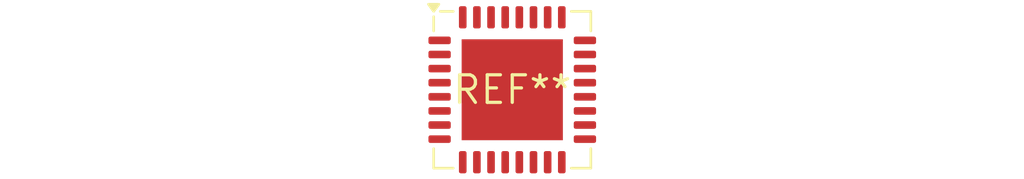
<source format=kicad_pcb>
(kicad_pcb (version 20240108) (generator pcbnew)
  (layers (0 "F.Cu" signal) (31 "B.Cu" signal) (34 "B.Paste" user) (35 "F.Paste" user) (36 "B.SilkS" user "B.Silkscreen") (37 "F.SilkS" user "F.Silkscreen") (38 "B.Mask" user) (39 "F.Mask" user) (44 "Edge.Cuts" user))
  (net 0 "")
  (footprint "QFN-32-1EP_7x7mm_P0.65mm_EP4.65x4.65mm" (layer "F.Cu") (at 0 0)
    (property "Reference" "REF**")
    (property "Value" "QFN-32-1EP_7x7mm_P0.65mm_EP4.65x4.65mm")
    (fp_line (start -3.61 -2.71) (end -3.61 -3.37) (layer "F.SilkS") (stroke (width 0.12)))
    (fp_line (start -3.61 3.61) (end -3.61 2.71) (layer "F.SilkS") (stroke (width 0.12)))
    (fp_line (start -2.71 -3.61) (end -3.31 -3.61) (layer "F.SilkS") (stroke (width 0.12)))
    (fp_line (start -2.71 3.61) (end -3.61 3.61) (layer "F.SilkS") (stroke (width 0.12)))
    (fp_line (start 2.71 -3.61) (end 3.61 -3.61) (layer "F.SilkS") (stroke (width 0.12)))
    (fp_line (start 2.71 3.61) (end 3.61 3.61) (layer "F.SilkS") (stroke (width 0.12)))
    (fp_line (start 3.61 -3.61) (end 3.61 -2.71) (layer "F.SilkS") (stroke (width 0.12)))
    (fp_line (start 3.61 3.61) (end 3.61 2.71) (layer "F.SilkS") (stroke (width 0.12)))
    (fp_poly (pts (xy -3.61 -3.61) (xy -3.85 -3.94) (xy -3.37 -3.94) (xy -3.61 -3.61)) (layer "F.SilkS") (stroke (width 0.12)) (fill solid))
    (pad "1" smd roundrect (at -3.3375 -2.275) (size 1.025 0.35) (layers "F.Cu" "F.Paste" "F.Mask"))
    (pad "2" smd roundrect (at -3.3375 -1.625) (size 1.025 0.35) (layers "F.Cu" "F.Paste" "F.Mask"))
    (pad "3" smd roundrect (at -3.3375 -0.975) (size 1.025 0.35) (layers "F.Cu" "F.Paste" "F.Mask"))
    (pad "4" smd roundrect (at -3.3375 -0.325) (size 1.025 0.35) (layers "F.Cu" "F.Paste" "F.Mask"))
    (pad "5" smd roundrect (at -3.3375 0.325) (size 1.025 0.35) (layers "F.Cu" "F.Paste" "F.Mask"))
    (pad "6" smd roundrect (at -3.3375 0.975) (size 1.025 0.35) (layers "F.Cu" "F.Paste" "F.Mask"))
    (pad "7" smd roundrect (at -3.3375 1.625) (size 1.025 0.35) (layers "F.Cu" "F.Paste" "F.Mask"))
    (pad "8" smd roundrect (at -3.3375 2.275) (size 1.025 0.35) (layers "F.Cu" "F.Paste" "F.Mask"))
    (pad "9" smd roundrect (at -2.275 3.3375) (size 0.35 1.025) (layers "F.Cu" "F.Paste" "F.Mask"))
    (pad "10" smd roundrect (at -1.625 3.3375) (size 0.35 1.025) (layers "F.Cu" "F.Paste" "F.Mask"))
    (pad "11" smd roundrect (at -0.975 3.3375) (size 0.35 1.025) (layers "F.Cu" "F.Paste" "F.Mask"))
    (pad "12" smd roundrect (at -0.325 3.3375) (size 0.35 1.025) (layers "F.Cu" "F.Paste" "F.Mask"))
    (pad "13" smd roundrect (at 0.325 3.3375) (size 0.35 1.025) (layers "F.Cu" "F.Paste" "F.Mask"))
    (pad "14" smd roundrect (at 0.975 3.3375) (size 0.35 1.025) (layers "F.Cu" "F.Paste" "F.Mask"))
    (pad "15" smd roundrect (at 1.625 3.3375) (size 0.35 1.025) (layers "F.Cu" "F.Paste" "F.Mask"))
    (pad "16" smd roundrect (at 2.275 3.3375) (size 0.35 1.025) (layers "F.Cu" "F.Paste" "F.Mask"))
    (pad "17" smd roundrect (at 3.3375 2.275) (size 1.025 0.35) (layers "F.Cu" "F.Paste" "F.Mask"))
    (pad "18" smd roundrect (at 3.3375 1.625) (size 1.025 0.35) (layers "F.Cu" "F.Paste" "F.Mask"))
    (pad "19" smd roundrect (at 3.3375 0.975) (size 1.025 0.35) (layers "F.Cu" "F.Paste" "F.Mask"))
    (pad "20" smd roundrect (at 3.3375 0.325) (size 1.025 0.35) (layers "F.Cu" "F.Paste" "F.Mask"))
    (pad "21" smd roundrect (at 3.3375 -0.325) (size 1.025 0.35) (layers "F.Cu" "F.Paste" "F.Mask"))
    (pad "22" smd roundrect (at 3.3375 -0.975) (size 1.025 0.35) (layers "F.Cu" "F.Paste" "F.Mask"))
    (pad "23" smd roundrect (at 3.3375 -1.625) (size 1.025 0.35) (layers "F.Cu" "F.Paste" "F.Mask"))
    (pad "24" smd roundrect (at 3.3375 -2.275) (size 1.025 0.35) (layers "F.Cu" "F.Paste" "F.Mask"))
    (pad "25" smd roundrect (at 2.275 -3.3375) (size 0.35 1.025) (layers "F.Cu" "F.Paste" "F.Mask"))
    (pad "26" smd roundrect (at 1.625 -3.3375) (size 0.35 1.025) (layers "F.Cu" "F.Paste" "F.Mask"))
    (pad "27" smd roundrect (at 0.975 -3.3375) (size 0.35 1.025) (layers "F.Cu" "F.Paste" "F.Mask"))
    (pad "28" smd roundrect (at 0.325 -3.3375) (size 0.35 1.025) (layers "F.Cu" "F.Paste" "F.Mask"))
    (pad "29" smd roundrect (at -0.325 -3.3375) (size 0.35 1.025) (layers "F.Cu" "F.Paste" "F.Mask"))
    (pad "30" smd roundrect (at -0.975 -3.3375) (size 0.35 1.025) (layers "F.Cu" "F.Paste" "F.Mask"))
    (pad "31" smd roundrect (at -1.625 -3.3375) (size 0.35 1.025) (layers "F.Cu" "F.Paste" "F.Mask"))
    (pad "32" smd roundrect (at -2.275 -3.3375) (size 0.35 1.025) (layers "F.Cu" "F.Paste" "F.Mask"))
    (pad "33" smd rect (at 0 0) (size 4.65 4.65) (property pad_prop_heatsink) (layers "F.Cu" "F.Mask"))
  )
)
</source>
